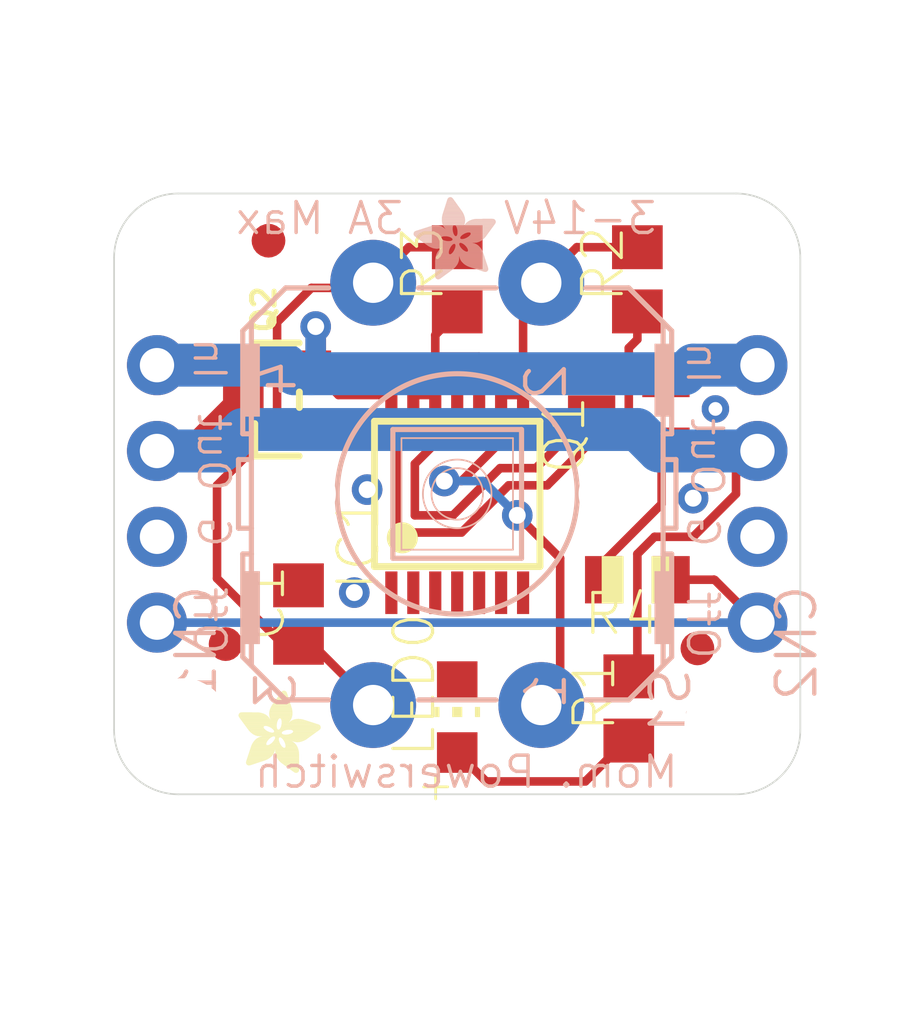
<source format=kicad_pcb>
(kicad_pcb (version 20211014) (generator pcbnew)
  (layers (0 "F.Cu" signal) (31 "B.Cu" signal) (34 "B.Paste" user) (35 "F.Paste" user) (36 "B.SilkS" user "B.Silkscreen") (37 "F.SilkS" user "F.Silkscreen") (38 "B.Mask" user) (39 "F.Mask" user) (44 "Edge.Cuts" user))
  (net 0 "")
  (net 1 "+18V")
  (net 2 "GND")
  (net 3 "N$2")
  (net 4 "N$3")
  (net 5 "GATE")
  (net 6 "N$5")
  (net 7 "N$7")
  (net 8 "N$1")
  (net 9 "KILL")
  (net 10 "OUT")
  (footprint "boardEagle:R0805" (layer "F.Cu") (at 153.8351 107.5436 180)
    (fp_text reference "R4" (at -0.762 -1.016) (layer "F.SilkS") (effects (font (size 1.176528 1.176528) (thickness 0.093472)) (justify right)))
    (fp_text value "1K")
    (pad "1" smd rect (at -1 0 180) (size 1.1 1.4) (layers "F.Cu" "F.Paste" "F.Mask") (net 9 "KILL"))
    (pad "2" smd rect (at 1 0 180) (size 1.1 1.4) (layers "F.Cu" "F.Paste" "F.Mask") (net 8 "N$1"))
  )
  (footprint "boardEagle:R0805" (layer "F.Cu") (at 153.8351 98.6536 90)
    (fp_text reference "R2" (at -0.762 -1.016 90) (layer "F.SilkS") (effects (font (size 1.176528 1.176528) (thickness 0.093472)) (justify left)))
    (fp_text value "100K")
    (pad "1" smd rect (at -0.95 0 90) (size 1.3 1.5) (layers "F.Cu" "F.Paste" "F.Mask") (net 5 "GATE"))
    (pad "2" smd rect (at 0.95 0 90) (size 1.3 1.5) (layers "F.Cu" "F.Paste" "F.Mask") (net 7 "N$7"))
  )
  (footprint "" (layer "F.Cu") (at 156.6291 111.8616)
    (fp_text reference "@HOLE3" hide)
    (fp_text value "" (at 0 0) (layer "F.SilkS") (effects (font (size 1.27 1.27))))
    (pad "" np_thru_hole circle (at 0 0) (size 2.8 2.8) (drill 2.8) (layers *.Cu *.Mask))
  )
  (footprint "boardEagle:MC14093B-TSSOP14" (layer "F.Cu") (at 148.5011 105.0036)
    (fp_text reference "IC1" (at -2.925 2.925 90) (layer "F.SilkS") (effects (font (size 1.176528 1.176528) (thickness 0.093472)) (justify left)))
    (fp_text value "4093DT")
    (pad "1" smd rect (at -1.95 2.925) (size 0.36 1.26) (layers "F.Cu" "F.Paste") (net 2 "GND"))
    (pad "2" smd rect (at -1.3 2.925) (size 0.36 1.26) (layers "F.Cu" "F.Paste") (net 2 "GND"))
    (pad "3" smd rect (at -0.65 2.925) (size 0.36 1.26) (layers "F.Cu" "F.Paste"))
    (pad "4" smd rect (at 0 2.925) (size 0.36 1.26) (layers "F.Cu" "F.Paste"))
    (pad "5" smd rect (at 0.65 2.925) (size 0.36 1.26) (layers "F.Cu" "F.Paste") (net 2 "GND"))
    (pad "6" smd rect (at 1.3 2.925) (size 0.36 1.26) (layers "F.Cu" "F.Paste") (net 2 "GND"))
    (pad "7" smd rect (at 1.95 2.925) (size 0.36 1.26) (layers "F.Cu" "F.Paste") (net 2 "GND"))
    (pad "8" smd rect (at 1.95 -2.925 180) (size 0.36 1.26) (layers "F.Cu" "F.Paste") (net 7 "N$7"))
    (pad "9" smd rect (at 1.3 -2.925 180) (size 0.36 1.26) (layers "F.Cu" "F.Paste") (net 7 "N$7"))
    (pad "10" smd rect (at 0.65 -2.925 180) (size 0.36 1.26) (layers "F.Cu" "F.Paste") (net 3 "N$2"))
    (pad "11" smd rect (at 0 -2.925 180) (size 0.36 1.26) (layers "F.Cu" "F.Paste") (net 5 "GATE"))
    (pad "12" smd rect (at -0.65 -2.925 180) (size 0.36 1.26) (layers "F.Cu" "F.Paste") (net 3 "N$2"))
    (pad "13" smd rect (at -1.3 -2.925 180) (size 0.36 1.26) (layers "F.Cu" "F.Paste") (net 3 "N$2"))
    (pad "14" smd rect (at -1.95 -2.925 180) (size 0.36 1.26) (layers "F.Cu" "F.Paste") (net 1 "+18V"))
  )
  (footprint "boardEagle:C0805" (layer "F.Cu") (at 143.8021 108.5596 90)
    (fp_text reference "C1" (at -0.889 -1.016 90) (layer "F.SilkS") (effects (font (size 1.176528 1.176528) (thickness 0.093472)) (justify left)))
    (fp_text value "0.1uF")
    (pad "1" smd rect (at -0.85 0 90) (size 1.3 1.5) (layers "F.Cu" "F.Paste" "F.Mask") (net 6 "N$5"))
    (pad "2" smd rect (at 0.85 0 90) (size 1.3 1.5) (layers "F.Cu" "F.Paste" "F.Mask") (net 2 "GND"))
  )
  (footprint "" (layer "F.Cu") (at 140.3731 98.1456)
    (fp_text reference "@HOLE0" hide)
    (fp_text value "" (at 0 0) (layer "F.SilkS") (effects (font (size 1.27 1.27))))
    (pad "" np_thru_hole circle (at 0 0) (size 2.8 2.8) (drill 2.8) (layers *.Cu *.Mask))
  )
  (footprint "" (layer "F.Cu") (at 156.6291 98.1456)
    (fp_text reference "@HOLE2" hide)
    (fp_text value "" (at 0 0) (layer "F.SilkS") (effects (font (size 1.27 1.27))))
    (pad "" np_thru_hole circle (at 0 0) (size 2.8 2.8) (drill 2.8) (layers *.Cu *.Mask))
  )
  (footprint "boardEagle:R0805" (layer "F.Cu") (at 153.5811 111.3536 90)
    (fp_text reference "R1" (at -0.762 -1.016 90) (layer "F.SilkS") (effects (font (size 1.176528 1.176528) (thickness 0.093472)) (justify left)))
    (fp_text value "1K")
    (pad "1" smd rect (at -0.95 0 90) (size 1.3 1.5) (layers "F.Cu" "F.Paste" "F.Mask") (net 4 "N$3"))
    (pad "2" smd rect (at 0.95 0 90) (size 1.3 1.5) (layers "F.Cu" "F.Paste" "F.Mask") (net 10 "OUT"))
  )
  (footprint "" (layer "F.Cu") (at 140.3731 111.8616)
    (fp_text reference "@HOLE1" hide)
    (fp_text value "" (at 0 0) (layer "F.SilkS") (effects (font (size 1.27 1.27))))
    (pad "" np_thru_hole circle (at 0 0) (size 2.8 2.8) (drill 2.8) (layers *.Cu *.Mask))
  )
  (footprint "boardEagle:CHIP-LED0805" (layer "F.Cu") (at 148.5011 111.6076)
    (fp_text reference "LED0" (at -1.27 1.27 90) (layer "F.SilkS") (effects (font (size 1.176528 1.176528) (thickness 0.093472)) (justify left)))
    (fp_text value "RED")
    (fp_text user "+" (at -1.27 2.54) (layer "F.SilkS") (effects (font (size 0.93472 0.93472) (thickness 0.08128)) (justify left bottom)))
    (pad "A" smd rect (at 0 1.05) (size 1.2 1.2) (layers "F.Cu" "F.Paste" "F.Mask") (net 4 "N$3"))
    (pad "C" smd rect (at 0 -1.05) (size 1.2 1.2) (layers "F.Cu" "F.Paste" "F.Mask") (net 2 "GND"))
  )
  (footprint "boardEagle:FIDUCIAL_1MM" (layer "F.Cu") (at 141.6431 109.4486)
    (fp_text reference "FID3" hide)
    (fp_text value "FIDUCIAL\"\"" hide)
    (pad "1" smd roundrect (at 0 0) (size 1 1) (layers "F.Cu" "F.Mask") (roundrect_rratio 0.5))
  )
  (footprint "boardEagle:FIDUCIAL_1MM" (layer "F.Cu") (at 142.9131 97.5106)
    (fp_text reference "FID2" hide)
    (fp_text value "FIDUCIAL\"\"" hide)
    (pad "1" smd roundrect (at 0 0) (size 1 1) (layers "F.Cu" "F.Mask") (roundrect_rratio 0.5))
  )
  (footprint "boardEagle:R0805" (layer "F.Cu") (at 148.5011 98.6536 90)
    (fp_text reference "R3" (at -0.762 -1.016 90) (layer "F.SilkS") (effects (font (size 1.176528 1.176528) (thickness 0.093472)) (justify left)))
    (fp_text value "100K")
    (pad "1" smd rect (at -0.95 0 90) (size 1.3 1.5) (layers "F.Cu" "F.Paste" "F.Mask") (net 3 "N$2"))
    (pad "2" smd rect (at 0.95 0 90) (size 1.3 1.5) (layers "F.Cu" "F.Paste" "F.Mask") (net 6 "N$5"))
  )
  (footprint "boardEagle:FIDUCIAL_1MM" (layer "F.Cu") (at 155.6131 109.5756)
    (fp_text reference "FID1" hide)
    (fp_text value "FIDUCIAL\"\"" hide)
    (pad "1" smd roundrect (at 0 0) (size 1 1) (layers "F.Cu" "F.Mask") (roundrect_rratio 0.5))
  )
  (footprint "boardEagle:SOT23-WIDE" (layer "F.Cu") (at 143.1671 102.2096 90)
    (fp_text reference "Q2" (at 1.905 0 90) (layer "F.SilkS") (effects (font (size 0.666496 0.666496) (thickness 0.146304)) (justify left bottom)))
    (fp_text value "POWER PFET")
    (pad "1" smd rect (at -0.95 1 90) (size 1 1.2) (layers "F.Cu" "F.Paste" "F.Mask") (net 5 "GATE"))
    (pad "2" smd rect (at 0.95 1 90) (size 1 1.2) (layers "F.Cu" "F.Paste" "F.Mask") (net 1 "+18V"))
    (pad "3" smd rect (at 0 -1 90) (size 1 1.2) (layers "F.Cu" "F.Paste" "F.Mask") (net 10 "OUT"))
  )
  (footprint "boardEagle:ADAFRUIT_2.5MM" (layer "F.Cu") (at 142.0241 113.2586)
    (fp_text reference "U$2" hide)
    (fp_text value "" hide)
  )
  (footprint "boardEagle:SOT23-BEC" (layer "F.Cu") (at 153.5811 102.5906 90)
    (fp_text reference "Q1" (at -1.905 -1.905 90) (layer "F.SilkS") (effects (font (size 1.176528 1.176528) (thickness 0.093472)) (justify left)))
    (fp_text value "2N2222")
    (pad "B" smd rect (at -0.95 1.1 90) (size 1 1.4) (layers "F.Cu" "F.Paste" "F.Mask") (net 8 "N$1"))
    (pad "C" smd rect (at 0 -1.1 90) (size 1 1.4) (layers "F.Cu" "F.Paste" "F.Mask") (net 3 "N$2"))
    (pad "E" smd rect (at 0.95 1.1 90) (size 1 1.4) (layers "F.Cu" "F.Paste" "F.Mask") (net 2 "GND"))
  )
  (footprint "boardEagle:ADAFRUIT_2.5MM" (layer "B.Cu") (at 149.6441 98.6536 180)
    (fp_text reference "U$1" hide)
    (fp_text value "" hide)
  )
  (footprint "boardEagle:1X04-CLEANBIG" (layer "B.Cu") (at 139.6111 105.0036 90)
    (fp_text reference "CN1" (at -2.6162 1.8288 270) (layer "B.SilkS") (effects (font (size 1.143 1.143) (thickness 0.127)) (justify left bottom mirror)))
    (fp_text value "1X4-CLEANBIG")
    (pad "1" thru_hole circle (at -3.81 0) (size 1.778 1.778) (drill 1.016) (layers *.Cu *.Mask) (net 9 "KILL"))
    (pad "2" thru_hole circle (at -1.27 0) (size 1.778 1.778) (drill 1.016) (layers *.Cu *.Mask) (net 2 "GND"))
    (pad "3" thru_hole circle (at 1.27 0) (size 1.778 1.778) (drill 1.016) (layers *.Cu *.Mask) (net 10 "OUT"))
    (pad "4" thru_hole circle (at 3.81 0) (size 1.778 1.778) (drill 1.016) (layers *.Cu *.Mask) (net 1 "+18V"))
  )
  (footprint "boardEagle:B3F-40XX-ROUND" (layer "B.Cu") (at 148.5011 105.0036 90)
    (fp_text reference "S1" (at -5.08 6.985 270) (layer "B.SilkS") (effects (font (size 1.143 1.143) (thickness 0.127)) (justify left bottom mirror)))
    (fp_text value "")
    (fp_text user "2" (at 3.937 3.302 270) (layer "B.SilkS") (effects (font (size 1.143 1.143) (thickness 0.127)) (justify left bottom mirror)))
    (fp_text user "1" (at -5.207 3.302 270) (layer "B.SilkS") (effects (font (size 1.143 1.143) (thickness 0.127)) (justify left bottom mirror)))
    (fp_text user "3" (at -5.207 -4.699 270) (layer "B.SilkS") (effects (font (size 1.143 1.143) (thickness 0.127)) (justify left bottom mirror)))
    (fp_text user "4" (at 4.064 -4.699 270) (layer "B.SilkS") (effects (font (size 1.143 1.143) (thickness 0.127)) (justify left bottom mirror)))
    (pad "" np_thru_hole circle (at 0 -4.4958 90) (size 1.8034 1.8034) (drill 1.8034) (layers *.Cu *.Mask))
    (pad "" np_thru_hole circle (at 0 4.4958 90) (size 1.8034 1.8034) (drill 1.8034) (layers *.Cu *.Mask))
    (pad "1" thru_hole circle (at -6.2484 2.4892 90) (size 2.54 2.54) (drill 1.1938) (layers *.Cu *.Mask) (net 7 "N$7"))
    (pad "2" thru_hole circle (at 6.2484 2.4892 90) (size 2.54 2.54) (drill 1.1938) (layers *.Cu *.Mask) (net 7 "N$7"))
    (pad "3" thru_hole circle (at -6.2484 -2.4892 90) (size 2.54 2.54) (drill 1.1938) (layers *.Cu *.Mask) (net 6 "N$5"))
    (pad "4" thru_hole circle (at 6.2484 -2.4892 90) (size 2.54 2.54) (drill 1.1938) (layers *.Cu *.Mask) (net 6 "N$5"))
  )
  (footprint "boardEagle:1X04-CLEANBIG" (layer "B.Cu") (at 157.3911 105.0036 90)
    (fp_text reference "CN2" (at -2.6162 1.8288 270) (layer "B.SilkS") (effects (font (size 1.143 1.143) (thickness 0.127)) (justify left bottom mirror)))
    (fp_text value "1X4-CLEANBIG")
    (pad "1" thru_hole circle (at -3.81 0) (size 1.778 1.778) (drill 1.016) (layers *.Cu *.Mask) (net 9 "KILL"))
    (pad "2" thru_hole circle (at -1.27 0) (size 1.778 1.778) (drill 1.016) (layers *.Cu *.Mask) (net 2 "GND"))
    (pad "3" thru_hole circle (at 1.27 0) (size 1.778 1.778) (drill 1.016) (layers *.Cu *.Mask) (net 10 "OUT"))
    (pad "4" thru_hole circle (at 3.81 0) (size 1.778 1.778) (drill 1.016) (layers *.Cu *.Mask) (net 1 "+18V"))
  )
  (gr_line (start 138.3411 111.9886) (end 138.3411 98.0186) (layer "Edge.Cuts") (width 0.05))
  (gr_arc (start 158.6611 111.9886) (mid 158.103138 113.335638) (end 156.7561 113.8936) (layer "Edge.Cuts") (width 0.05))
  (gr_arc (start 156.7561 96.1136) (mid 158.103138 96.671562) (end 158.6611 98.0186) (layer "Edge.Cuts") (width 0.05))
  (gr_line (start 156.7561 113.8936) (end 140.2461 113.8936) (layer "Edge.Cuts") (width 0.05))
  (gr_line (start 140.2461 96.1136) (end 156.7561 96.1136) (layer "Edge.Cuts") (width 0.05))
  (gr_arc (start 138.3411 98.0186) (mid 138.899062 96.671562) (end 140.2461 96.1136) (layer "Edge.Cuts") (width 0.05))
  (gr_line (start 158.6611 98.0186) (end 158.6611 111.9886) (layer "Edge.Cuts") (width 0.05))
  (gr_arc (start 140.2461 113.8936) (mid 138.899062 113.335638) (end 138.3411 111.9886) (layer "Edge.Cuts") (width 0.05))
  (gr_text "Off" (at 140.6271 109.8296 -90) (layer "B.SilkS") (effects (font (size 0.9144 0.9144) (thickness 0.1016)) (justify left bottom mirror)))
  (gr_text "Out" (at 155.3591 105.1306 -90) (layer "B.SilkS") (effects (font (size 0.9144 0.9144) (thickness 0.1016)) (justify left bottom mirror)))
  (gr_text "G" (at 155.2321 106.6546 -90) (layer "B.SilkS") (effects (font (size 0.9144 0.9144) (thickness 0.1016)) (justify left bottom mirror)))
  (gr_text "G" (at 140.7541 106.6546 -90) (layer "B.SilkS") (effects (font (size 0.9144 0.9144) (thickness 0.1016)) (justify left bottom mirror)))
  (gr_text "In" (at 140.6271 101.7016 -90) (layer "B.SilkS") (effects (font (size 0.9144 0.9144) (thickness 0.1016)) (justify left bottom mirror)))
  (gr_text "3A Max" (at 146.9771 97.3836) (layer "B.SilkS") (effects (font (size 0.9144 0.9144) (thickness 0.1016)) (justify left bottom mirror)))
  (gr_text "Mom. Powerswitch" (at 155.1051 113.7666) (layer "B.SilkS") (effects (font (size 0.9144 0.9144) (thickness 0.1016)) (justify left bottom mirror)))
  (gr_text "Out" (at 140.7541 105.0036 -90) (layer "B.SilkS") (effects (font (size 0.9144 0.9144) (thickness 0.1016)) (justify left bottom mirror)))
  (gr_text "In" (at 155.2321 101.8286 -90) (layer "B.SilkS") (effects (font (size 0.9144 0.9144) (thickness 0.1016)) (justify left bottom mirror)))
  (gr_text "Off" (at 155.2321 109.9566 -90) (layer "B.SilkS") (effects (font (size 0.9144 0.9144) (thickness 0.1016)) (justify left bottom mirror)))
  (gr_text "3-14V" (at 154.4701 97.3836) (layer "B.SilkS") (effects (font (size 0.9144 0.9144) (thickness 0.1016)) (justify left bottom mirror)))
  (segment (start 144.3101 101.3206) (end 144.2281 101.3206) (width 0.254) (layer "F.Cu") (net 1))
  (segment (start 146.5511 102.0786) (end 144.9861 102.0786) (width 0.254) (layer "F.Cu") (net 1))
  (segment (start 144.9861 102.0786) (end 144.1671 101.2596) (width 0.254) (layer "F.Cu") (net 1))
  (segment (start 144.3101 101.3206) (end 144.3101 100.0506) (width 0.6096) (layer "F.Cu") (net 1))
  (segment (start 144.2281 101.3206) (end 144.1671 101.2596) (width 0.254) (layer "F.Cu") (net 1))
  (via (at 144.3101 100.0506) (size 0.9064) (drill 0.5) (layers "F.Cu" "B.Cu") (net 1))
  (segment (start 144.3101 100.0506) (end 144.3101 101.4476) (width 0.6096) (layer "B.Cu") (net 1))
  (segment (start 143.4211 101.1936) (end 139.6111 101.1936) (width 1.27) (layer "B.Cu") (net 1))
  (segment (start 143.6751 101.4476) (end 143.4211 101.1936) (width 1.27) (layer "B.Cu") (net 1))
  (segment (start 155.4861 101.1936) (end 155.2321 101.4476) (width 1.27) (layer "B.Cu") (net 1))
  (segment (start 144.3101 101.4476) (end 144.1831 101.4476) (width 0.6096) (layer "B.Cu") (net 1))
  (segment (start 144.1831 101.4476) (end 143.6751 101.4476) (width 1.27) (layer "B.Cu") (net 1))
  (segment (start 157.3911 101.1936) (end 155.4861 101.1936) (width 1.27) (layer "B.Cu") (net 1))
  (segment (start 155.2321 101.4476) (end 144.1831 101.4476) (width 1.27) (layer "B.Cu") (net 1))
  (via (at 156.1465 102.489) (size 0.8128) (drill 0.4064) (layers "F.Cu" "B.Cu") (net 2))
  (via (at 145.4531 107.9246) (size 0.9064) (drill 0.5) (layers "F.Cu" "B.Cu") (net 2))
  (via (at 145.8341 104.8766) (size 0.9064) (drill 0.5) (layers "F.Cu" "B.Cu") (net 2))
  (via (at 155.4861 105.1306) (size 0.9064) (drill 0.5) (layers "F.Cu" "B.Cu") (net 2))
  (segment (start 147.2461 105.6386) (end 147.2461 104.1146) (width 0.254) (layer "F.Cu") (net 3))
  (segment (start 149.1361 103.2256) (end 149.1361 102.5906) (width 0.254) (layer "F.Cu") (net 3))
  (segment (start 149.1361 102.5906) (end 149.1511 102.5756) (width 0.254) (layer "F.Cu") (net 3))
  (segment (start 149.7711 104.2416) (end 148.3741 105.6386) (width 0.254) (layer "F.Cu") (net 3))
  (segment (start 147.7541 103.6066) (end 148.7551 103.6066) (width 0.254) (layer "F.Cu") (net 3))
  (segment (start 149.1511 100.9396) (end 147.8511 100.9396) (width 0.254) (layer "F.Cu") (net 3))
  (segment (start 150.8301 104.2416) (end 149.7711 104.2416) (width 0.254) (layer "F.Cu") (net 3))
  (segment (start 152.4811 102.5906) (end 150.8301 104.2416) (width 0.254) (layer "F.Cu") (net 3))
  (segment (start 147.2461 104.1146) (end 147.7541 103.6066) (width 0.254) (layer "F.Cu") (net 3))
  (segment (start 147.8511 102.0786) (end 147.2011 102.0786) (width 0.254) (layer "F.Cu") (net 3))
  (segment (start 147.8511 100.3036) (end 147.8511 100.9396) (width 0.254) (layer "F.Cu") (net 3))
  (segment (start 149.1511 102.0786) (end 149.1511 100.9396) (width 0.254) (layer "F.Cu") (net 3))
  (segment (start 148.5011 99.6536) (end 148.5011 99.6036) (width 0.254) (layer "F.Cu") (net 3))
  (segment (start 148.3741 105.6386) (end 147.2461 105.6386) (width 0.254) (layer "F.Cu") (net 3))
  (segment (start 147.8511 100.3036) (end 148.5011 99.6536) (width 0.254) (layer "F.Cu") (net 3))
  (segment (start 149.1511 102.5756) (end 149.1511 102.0786) (width 0.254) (layer "F.Cu") (net 3))
  (segment (start 148.7551 103.6066) (end 149.1361 103.2256) (width 0.254) (layer "F.Cu") (net 3))
  (segment (start 147.8511 100.9396) (end 147.8511 102.0786) (width 0.254) (layer "F.Cu") (net 3))
  (segment (start 149.3561 113.5126) (end 148.5011 112.6576) (width 0.254) (layer "F.Cu") (net 4))
  (segment (start 152.2951 113.5126) (end 153.5041 112.3036) (width 0.254) (layer "F.Cu") (net 4))
  (segment (start 152.2951 113.5126) (end 149.3561 113.5126) (width 0.254) (layer "F.Cu") (net 4))
  (segment (start 153.5041 112.3036) (end 153.5811 112.3036) (width 0.254) (layer "F.Cu") (net 4))
  (segment (start 146.7231 103.0986) (end 144.2281 103.0986) (width 0.254) (layer "F.Cu") (net 5))
  (segment (start 153.3271 103.6066) (end 153.5811 103.3526) (width 0.254) (layer "F.Cu") (net 5))
  (segment (start 144.2281 103.0986) (end 144.1671 103.1596) (width 0.254) (layer "F.Cu") (net 5))
  (segment (start 153.5811 103.3526) (end 153.5811 100.6856) (width 0.254) (layer "F.Cu") (net 5))
  (segment (start 151.1681 104.7496) (end 150.0251 104.7496) (width 0.254) (layer "F.Cu") (net 5))
  (segment (start 148.6281 106.1466) (end 146.7231 106.1466) (width 0.254) (layer "F.Cu") (net 5))
  (segment (start 150.0251 104.7496) (end 148.6281 106.1466) (width 0.254) (layer "F.Cu") (net 5))
  (segment (start 148.5011 102.8446) (end 148.2471 103.0986) (width 0.254) (layer "F.Cu") (net 5))
  (segment (start 146.7231 103.0986) (end 148.2471 103.0986) (width 0.254) (layer "F.Cu") (net 5))
  (segment (start 153.3271 103.6066) (end 152.3111 103.6066) (width 0.254) (layer "F.Cu") (net 5))
  (segment (start 152.3111 103.6066) (end 151.1681 104.7496) (width 0.254) (layer "F.Cu") (net 5))
  (segment (start 148.5011 102.0786) (end 148.5011 102.8446) (width 0.254) (layer "F.Cu") (net 5))
  (segment (start 153.8351 100.4316) (end 153.8351 99.6036) (width 0.254) (layer "F.Cu") (net 5))
  (segment (start 153.5811 100.6856) (end 153.8351 100.4316) (width 0.254) (layer "F.Cu") (net 5))
  (segment (start 146.7231 106.1466) (end 146.7231 103.0986) (width 0.254) (layer "F.Cu") (net 5))
  (segment (start 145.8595 98.9076) (end 146.0119 98.7552) (width 0.254) (layer "F.Cu") (net 6))
  (segment (start 146.0119 111.252) (end 144.1695 109.4096) (width 0.254) (layer "F.Cu") (net 6))
  (segment (start 147.0635 97.7036) (end 148.5011 97.7036) (width 0.254) (layer "F.Cu") (net 6))
  (segment (start 143.1671 102.9716) (end 143.1671 99.9236) (width 0.254) (layer "F.Cu") (net 6))
  (segment (start 143.3331 109.4486) (end 141.3891 107.5046) (width 0.254) (layer "F.Cu") (net 6))
  (segment (start 146.0119 98.7552) (end 147.0635 97.7036) (width 0.254) (layer "F.Cu") (net 6))
  (segment (start 144.1695 109.4096) (end 143.8021 109.4096) (width 0.254) (layer "F.Cu") (net 6))
  (segment (start 141.3891 104.7496) (end 143.1671 102.9716) (width 0.254) (layer "F.Cu") (net 6))
  (segment (start 143.3331 109.4486) (end 143.707946 109.4486) (width 0.254) (layer "F.Cu") (net 6))
  (segment (start 143.707946 109.4486) (end 143.707946 109.4486) (width 0.254) (layer "F.Cu") (net 6))
  (segment (start 144.1831 98.9076) (end 145.8595 98.9076) (width 0.254) (layer "F.Cu") (net 6))
  (segment (start 143.707946 109.4486) (end 143.8021 109.4096) (width 0.254) (layer "F.Cu") (net 6))
  (segment (start 141.3891 107.5046) (end 141.3891 104.7496) (width 0.254) (layer "F.Cu") (net 6))
  (segment (start 143.1671 99.9236) (end 144.1831 98.9076) (width 0.254) (layer "F.Cu") (net 6))
  (segment (start 151.5491 110.6932) (end 151.5491 106.9086) (width 0.254) (layer "F.Cu") (net 7))
  (segment (start 150.4511 102.7996) (end 150.4511 102.0786) (width 0.254) (layer "F.Cu") (net 7))
  (segment (start 150.9903 98.7552) (end 150.4511 99.2944) (width 0.254) (layer "F.Cu") (net 7))
  (segment (start 149.8011 102.0786) (end 150.4511 102.0786) (width 0.254) (layer "F.Cu") (net 7))
  (segment (start 148.6281 104.6226) (end 148.1201 104.6226) (width 0.254) (layer "F.Cu") (net 7))
  (segment (start 150.4511 102.7996) (end 148.6281 104.6226) (width 0.254) (layer "F.Cu") (net 7))
  (segment (start 150.9903 111.252) (end 151.5491 110.6932) (width 0.254) (layer "F.Cu") (net 7))
  (segment (start 151.5491 106.9086) (end 150.2791 105.6386) (width 0.254) (layer "F.Cu") (net 7))
  (segment (start 152.0419 97.7036) (end 153.8351 97.7036) (width 0.254) (layer "F.Cu") (net 7))
  (segment (start 150.4511 99.2944) (end 150.4511 102.0786) (width 0.254) (layer "F.Cu") (net 7))
  (segment (start 150.9903 98.7552) (end 152.0419 97.7036) (width 0.254) (layer "F.Cu") (net 7))
  (via (at 150.2791 105.6386) (size 0.9064) (drill 0.5) (layers "F.Cu" "B.Cu") (net 7))
  (via (at 148.1201 104.6226) (size 0.9064) (drill 0.5) (layers "F.Cu" "B.Cu") (net 7))
  (segment (start 148.1201 104.6226) (end 149.2631 104.6226) (width 0.254) (layer "B.Cu") (net 7))
  (segment (start 150.2791 105.6386) (end 149.2631 104.6226) (width 0.254) (layer "B.Cu") (net 7))
  (segment (start 152.8351 107.0196) (end 154.5541 105.3006) (width 0.254) (layer "F.Cu") (net 8))
  (segment (start 154.5541 103.5406) (end 154.6811 103.5406) (width 0.254) (layer "F.Cu") (net 8))
  (segment (start 152.8351 107.5436) (end 152.8351 107.0196) (width 0.254) (layer "F.Cu") (net 8))
  (segment (start 154.5541 105.3006) (end 154.5541 103.5406) (width 0.254) (layer "F.Cu") (net 8))
  (segment (start 156.1051 107.5436) (end 154.8351 107.5436) (width 0.254) (layer "F.Cu") (net 9))
  (segment (start 156.105099 107.5436) (end 156.132412 107.554913) (width 0.254) (layer "F.Cu") (net 9))
  (segment (start 156.132412 107.554913) (end 157.3911 108.8136) (width 0.254) (layer "F.Cu") (net 9))
  (segment (start 156.1051 107.5436) (end 156.105099 107.5436) (width 0.254) (layer "F.Cu") (net 9))
  (segment (start 157.3911 108.8136) (end 139.6111 108.8136) (width 0.254) (layer "B.Cu") (net 9))
  (segment (start 153.5811 110.3536) (end 153.5811 110.4036) (width 0.254) (layer "F.Cu") (net 10))
  (segment (start 140.6431 103.7336) (end 139.6111 103.7336) (width 0.8128) (layer "F.Cu") (net 10))
  (segment (start 154.3431 106.2736) (end 155.4861 106.2736) (width 0.254) (layer "F.Cu") (net 10))
  (segment (start 156.7561 104.3686) (end 157.3911 103.7336) (width 0.254) (layer "F.Cu") (net 10))
  (segment (start 156.7561 105.0036) (end 156.7561 104.3686) (width 0.254) (layer "F.Cu") (net 10))
  (segment (start 153.8351 110.0996) (end 153.5811 110.3536) (width 0.254) (layer "F.Cu") (net 10))
  (segment (start 153.8351 106.7816) (end 154.3431 106.2736) (width 0.254) (layer "F.Cu") (net 10))
  (segment (start 155.4861 106.2736) (end 156.7561 105.0036) (width 0.254) (layer "F.Cu") (net 10))
  (segment (start 153.8351 110.0996) (end 153.8351 106.7816) (width 0.254) (layer "F.Cu") (net 10))
  (segment (start 142.1671 102.2096) (end 140.6431 103.7336) (width 0.8128) (layer "F.Cu") (net 10))
  (segment (start 140.6525 103.7336) (end 140.6431 103.7336) (width 0.8128) (layer "F.Cu") (net 10))
  (segment (start 142.1511 103.0986) (end 141.5161 103.7336) (width 1.27) (layer "B.Cu") (net 10))
  (segment (start 141.5161 103.7336) (end 139.6111 103.7336) (width 1.27) (layer "B.Cu") (net 10))
  (segment (start 154.4701 103.7336) (end 157.3911 103.7336) (width 1.27) (layer "B.Cu") (net 10))
  (segment (start 153.8351 103.0986) (end 142.1511 103.0986) (width 1.27) (layer "B.Cu") (net 10))
  (segment (start 140.1191 103.7336) (end 139.6111 103.7336) (width 0.8128) (layer "B.Cu") (net 10))
  (segment (start 153.8351 103.0986) (end 154.4701 103.7336) (width 1.27) (layer "B.Cu") (net 10))
)
</source>
